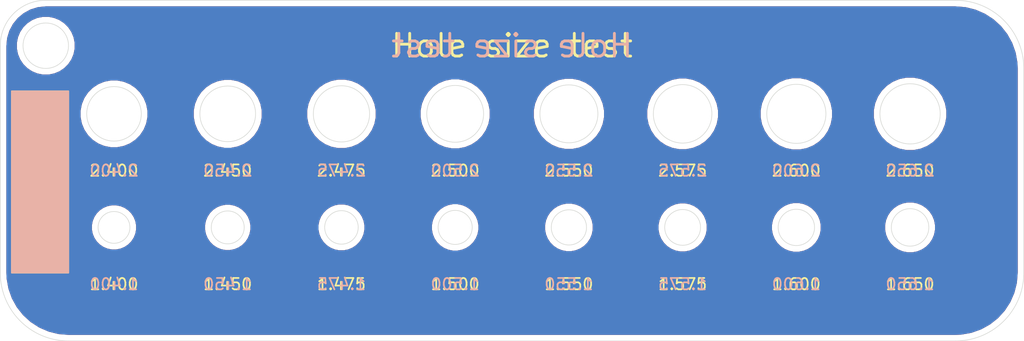
<source format=kicad_pcb>
(kicad_pcb (version 20171130) (host pcbnew 5.1.9+dfsg1-1+deb11u1)

  (general
    (thickness 1.6)
    (drawings 63)
    (tracks 0)
    (zones 0)
    (modules 0)
    (nets 1)
  )

  (page A4)
  (layers
    (0 F.Cu signal)
    (31 B.Cu signal)
    (32 B.Adhes user)
    (33 F.Adhes user)
    (34 B.Paste user)
    (35 F.Paste user)
    (36 B.SilkS user)
    (37 F.SilkS user)
    (38 B.Mask user)
    (39 F.Mask user)
    (40 Dwgs.User user)
    (41 Cmts.User user)
    (42 Eco1.User user)
    (43 Eco2.User user)
    (44 Edge.Cuts user)
    (45 Margin user)
    (46 B.CrtYd user)
    (47 F.CrtYd user)
    (48 B.Fab user)
    (49 F.Fab user)
  )

  (setup
    (last_trace_width 0.25)
    (trace_clearance 0.2)
    (zone_clearance 0.508)
    (zone_45_only no)
    (trace_min 0.2)
    (via_size 0.8)
    (via_drill 0.4)
    (via_min_size 0.4)
    (via_min_drill 0.3)
    (uvia_size 0.3)
    (uvia_drill 0.1)
    (uvias_allowed no)
    (uvia_min_size 0.2)
    (uvia_min_drill 0.1)
    (edge_width 0.05)
    (segment_width 0.2)
    (pcb_text_width 0.3)
    (pcb_text_size 1.5 1.5)
    (mod_edge_width 0.12)
    (mod_text_size 1 1)
    (mod_text_width 0.15)
    (pad_size 1.524 1.524)
    (pad_drill 0.762)
    (pad_to_mask_clearance 0)
    (aux_axis_origin 0 0)
    (visible_elements FFFFFF7F)
    (pcbplotparams
      (layerselection 0x010fc_ffffffff)
      (usegerberextensions true)
      (usegerberattributes false)
      (usegerberadvancedattributes false)
      (creategerberjobfile false)
      (excludeedgelayer true)
      (linewidth 0.100000)
      (plotframeref false)
      (viasonmask false)
      (mode 1)
      (useauxorigin false)
      (hpglpennumber 1)
      (hpglpenspeed 20)
      (hpglpendiameter 15.000000)
      (psnegative false)
      (psa4output false)
      (plotreference true)
      (plotvalue false)
      (plotinvisibletext false)
      (padsonsilk false)
      (subtractmaskfromsilk true)
      (outputformat 1)
      (mirror false)
      (drillshape 0)
      (scaleselection 1)
      (outputdirectory "gerber/"))
  )

  (net 0 "")

  (net_class Default "This is the default net class."
    (clearance 0.2)
    (trace_width 0.25)
    (via_dia 0.8)
    (via_drill 0.4)
    (uvia_dia 0.3)
    (uvia_drill 0.1)
  )

  (gr_circle (center 140 90) (end 141.6 90) (layer Edge.Cuts) (width 0.05))
  (gr_circle (center 130 90) (end 131.575 90) (layer Edge.Cuts) (width 0.05))
  (gr_arc (start 76 94) (end 70 94) (angle -90) (layer Edge.Cuts) (width 0.05))
  (gr_circle (center 140 80) (end 142.6 80) (layer Edge.Cuts) (width 0.05))
  (gr_text 2.475 (at 100 85) (layer F.SilkS)
    (effects (font (size 1 1) (thickness 0.15)))
  )
  (gr_text 2.450 (at 90 85) (layer F.SilkS)
    (effects (font (size 1 1) (thickness 0.15)))
  )
  (gr_text 2.400 (at 80 85) (layer F.SilkS)
    (effects (font (size 1 1) (thickness 0.15)))
  )
  (gr_line (start 70 76) (end 70 94) (layer Edge.Cuts) (width 0.05) (tstamp 64A8B8F5))
  (gr_text 1.475 (at 100 95) (layer B.SilkS)
    (effects (font (size 1 1) (thickness 0.15)) (justify mirror))
  )
  (gr_text 1.450 (at 90 95) (layer B.SilkS)
    (effects (font (size 1 1) (thickness 0.15)) (justify mirror))
  )
  (gr_text 1.400 (at 80 95) (layer B.SilkS)
    (effects (font (size 1 1) (thickness 0.15)) (justify mirror))
  )
  (gr_text 2.650 (at 150 85) (layer F.SilkS)
    (effects (font (size 1 1) (thickness 0.15)))
  )
  (gr_circle (center 130 80) (end 132.575 80) (layer Edge.Cuts) (width 0.05))
  (gr_circle (center 120 80) (end 122.55 80) (layer Edge.Cuts) (width 0.05))
  (gr_circle (center 120 90) (end 121.55 90) (layer Edge.Cuts) (width 0.05))
  (gr_circle (center 110 90) (end 111.5 90) (layer Edge.Cuts) (width 0.05))
  (gr_circle (center 150 90) (end 151.65 90) (layer Edge.Cuts) (width 0.05))
  (gr_text 1.600 (at 140 95) (layer F.SilkS)
    (effects (font (size 1 1) (thickness 0.15)))
  )
  (gr_text 1.550 (at 120 95) (layer F.SilkS)
    (effects (font (size 1 1) (thickness 0.15)))
  )
  (gr_text 1.500 (at 110 95) (layer F.SilkS)
    (effects (font (size 1 1) (thickness 0.15)))
  )
  (gr_circle (center 90 80) (end 92.45 80) (layer Edge.Cuts) (width 0.05))
  (gr_circle (center 80 80) (end 82.4 80) (layer Edge.Cuts) (width 0.05))
  (gr_line (start 154 70) (end 76 70) (layer Edge.Cuts) (width 0.05) (tstamp 64A8B8F2))
  (gr_line (start 160 76) (end 160 94) (layer Edge.Cuts) (width 0.05) (tstamp 64A8B8ED))
  (gr_circle (center 150 80) (end 152.65 80) (layer Edge.Cuts) (width 0.05))
  (gr_text 1.475 (at 100 95) (layer F.SilkS)
    (effects (font (size 1 1) (thickness 0.15)))
  )
  (gr_text 1.450 (at 90 95) (layer F.SilkS)
    (effects (font (size 1 1) (thickness 0.15)))
  )
  (gr_text 1.400 (at 80 95) (layer F.SilkS)
    (effects (font (size 1 1) (thickness 0.15)))
  )
  (gr_circle (center 80 90) (end 81.4 90) (layer Edge.Cuts) (width 0.05))
  (gr_circle (center 90 90) (end 91.45 90) (layer Edge.Cuts) (width 0.05))
  (gr_circle (center 100 90) (end 101.475 90) (layer Edge.Cuts) (width 0.05))
  (gr_text 1.650 (at 150 95) (layer F.SilkS)
    (effects (font (size 1 1) (thickness 0.15)))
  )
  (gr_text 1.575 (at 130 95) (layer F.SilkS)
    (effects (font (size 1 1) (thickness 0.15)))
  )
  (gr_text 1.600 (at 140 95) (layer B.SilkS)
    (effects (font (size 1 1) (thickness 0.15)) (justify mirror))
  )
  (gr_text 1.575 (at 130 95) (layer B.SilkS)
    (effects (font (size 1 1) (thickness 0.15)) (justify mirror))
  )
  (gr_text 1.550 (at 120 95) (layer B.SilkS)
    (effects (font (size 1 1) (thickness 0.15)) (justify mirror))
  )
  (gr_text 1.500 (at 110 95) (layer B.SilkS)
    (effects (font (size 1 1) (thickness 0.15)) (justify mirror))
  )
  (gr_arc (start 154 76) (end 160 76) (angle -90) (layer Edge.Cuts) (width 0.05))
  (gr_arc (start 154 94) (end 154 100) (angle -90) (layer Edge.Cuts) (width 0.05))
  (gr_circle (center 74 74) (end 74 76) (layer Edge.Cuts) (width 0.05))
  (gr_line (start 74 70) (end 76 70) (layer Edge.Cuts) (width 0.05) (tstamp 64A8BAFE))
  (gr_line (start 76 100) (end 154 100) (layer Edge.Cuts) (width 0.05) (tstamp 64A8B8F9))
  (gr_arc (start 74 74) (end 74 70) (angle -90) (layer Edge.Cuts) (width 0.05))
  (gr_circle (center 110 80) (end 112.5 80) (layer Edge.Cuts) (width 0.05))
  (gr_circle (center 100 80) (end 102.475 80) (layer Edge.Cuts) (width 0.05))
  (gr_text 2.600 (at 140 85) (layer B.SilkS)
    (effects (font (size 1 1) (thickness 0.15)) (justify mirror))
  )
  (gr_text 2.575 (at 130 85) (layer B.SilkS)
    (effects (font (size 1 1) (thickness 0.15)) (justify mirror))
  )
  (gr_text 2.550 (at 120 85) (layer B.SilkS)
    (effects (font (size 1 1) (thickness 0.15)) (justify mirror))
  )
  (gr_text 2.500 (at 110 85) (layer B.SilkS)
    (effects (font (size 1 1) (thickness 0.15)) (justify mirror))
  )
  (gr_text 2.475 (at 100 85) (layer B.SilkS)
    (effects (font (size 1 1) (thickness 0.15)) (justify mirror))
  )
  (gr_text 2.450 (at 90 85) (layer B.SilkS)
    (effects (font (size 1 1) (thickness 0.15)) (justify mirror))
  )
  (gr_text 2.400 (at 80 85) (layer B.SilkS)
    (effects (font (size 1 1) (thickness 0.15)) (justify mirror))
  )
  (gr_text 1.650 (at 150 95) (layer B.SilkS)
    (effects (font (size 1 1) (thickness 0.15)) (justify mirror))
  )
  (gr_text "Hole size test" (at 115 74) (layer B.SilkS)
    (effects (font (size 2 2) (thickness 0.25)) (justify mirror))
  )
  (gr_text "Hole size test" (at 115 74) (layer F.SilkS)
    (effects (font (size 2 2) (thickness 0.25)))
  )
  (gr_text 2.650 (at 150 85) (layer B.SilkS)
    (effects (font (size 1 1) (thickness 0.15)) (justify mirror))
  )
  (gr_text 2.600 (at 140 85) (layer F.SilkS)
    (effects (font (size 1 1) (thickness 0.15)))
  )
  (gr_text 2.575 (at 130 85) (layer F.SilkS)
    (effects (font (size 1 1) (thickness 0.15)))
  )
  (gr_text 2.550 (at 120 85) (layer F.SilkS)
    (effects (font (size 1 1) (thickness 0.15)))
  )
  (gr_text 2.500 (at 110 85) (layer F.SilkS)
    (effects (font (size 1 1) (thickness 0.15)))
  )
  (gr_poly (pts (xy 76 94) (xy 71 94) (xy 71 78) (xy 76 78)) (layer B.SilkS) (width 0.1))
  (gr_poly (pts (xy 76 94) (xy 71 94) (xy 71 78) (xy 76 78)) (layer F.SilkS) (width 0.1))
  (gr_line (start 70 74) (end 70 76) (layer Edge.Cuts) (width 0.05) (tstamp 64A8BB01))

  (zone (net 0) (net_name "") (layer F.Cu) (tstamp 64A8BD05) (hatch edge 0.508)
    (connect_pads (clearance 0.508))
    (min_thickness 0.254)
    (fill yes (arc_segments 32) (thermal_gap 0.508) (thermal_bridge_width 0.508))
    (polygon
      (pts
        (xy 160 100) (xy 70 100) (xy 70 70) (xy 160 70)
      )
    )
    (filled_polygon
      (pts
        (xy 154.871797 70.733902) (xy 155.720182 70.947001) (xy 156.522371 71.295803) (xy 157.256818 71.770938) (xy 157.903798 72.359646)
        (xy 158.445946 73.046125) (xy 158.868692 73.811928) (xy 159.160684 74.636491) (xy 159.316116 75.509076) (xy 159.34 76.015547)
        (xy 159.340001 93.972899) (xy 159.266098 94.871802) (xy 159.052999 95.72018) (xy 158.704197 96.522371) (xy 158.229062 97.256818)
        (xy 157.640354 97.903799) (xy 156.953875 98.445946) (xy 156.188076 98.868691) (xy 155.363514 99.160683) (xy 154.490925 99.316116)
        (xy 153.984453 99.34) (xy 76.027089 99.34) (xy 75.128198 99.266098) (xy 74.27982 99.052999) (xy 73.477629 98.704197)
        (xy 72.743182 98.229062) (xy 72.096201 97.640354) (xy 71.554054 96.953875) (xy 71.131309 96.188076) (xy 70.839317 95.363514)
        (xy 70.683884 94.490925) (xy 70.66 93.984453) (xy 70.66 89.796124) (xy 77.930016 89.796124) (xy 77.930016 90.203876)
        (xy 78.009564 90.603792) (xy 78.165604 90.980505) (xy 78.392138 91.319538) (xy 78.680462 91.607862) (xy 79.019495 91.834396)
        (xy 79.396208 91.990436) (xy 79.796124 92.069984) (xy 80.203876 92.069984) (xy 80.603792 91.990436) (xy 80.980505 91.834396)
        (xy 81.319538 91.607862) (xy 81.607862 91.319538) (xy 81.834396 90.980505) (xy 81.990436 90.603792) (xy 82.069984 90.203876)
        (xy 82.069984 89.796124) (xy 82.06901 89.791223) (xy 87.880257 89.791223) (xy 87.880257 90.208777) (xy 87.961717 90.618306)
        (xy 88.121508 91.004075) (xy 88.353488 91.351258) (xy 88.648742 91.646512) (xy 88.995925 91.878492) (xy 89.381694 92.038283)
        (xy 89.791223 92.119743) (xy 90.208777 92.119743) (xy 90.618306 92.038283) (xy 91.004075 91.878492) (xy 91.351258 91.646512)
        (xy 91.646512 91.351258) (xy 91.878492 91.004075) (xy 92.038283 90.618306) (xy 92.119743 90.208777) (xy 92.119743 89.791223)
        (xy 92.119256 89.788773) (xy 97.855377 89.788773) (xy 97.855377 90.211227) (xy 97.937794 90.625563) (xy 98.09946 91.01586)
        (xy 98.334162 91.367118) (xy 98.632882 91.665838) (xy 98.98414 91.90054) (xy 99.374437 92.062206) (xy 99.788773 92.144623)
        (xy 100.211227 92.144623) (xy 100.625563 92.062206) (xy 101.01586 91.90054) (xy 101.367118 91.665838) (xy 101.665838 91.367118)
        (xy 101.90054 91.01586) (xy 102.062206 90.625563) (xy 102.144623 90.211227) (xy 102.144623 89.788773) (xy 102.144136 89.786323)
        (xy 107.830497 89.786323) (xy 107.830497 90.213677) (xy 107.91387 90.632821) (xy 108.077412 91.027645) (xy 108.314837 91.382977)
        (xy 108.617023 91.685163) (xy 108.972355 91.922588) (xy 109.367179 92.08613) (xy 109.786323 92.169503) (xy 110.213677 92.169503)
        (xy 110.632821 92.08613) (xy 111.027645 91.922588) (xy 111.382977 91.685163) (xy 111.685163 91.382977) (xy 111.922588 91.027645)
        (xy 112.08613 90.632821) (xy 112.169503 90.213677) (xy 112.169503 89.786323) (xy 112.168529 89.781422) (xy 117.780738 89.781422)
        (xy 117.780738 90.218578) (xy 117.866023 90.647335) (xy 118.033316 91.051215) (xy 118.276187 91.414697) (xy 118.585303 91.723813)
        (xy 118.948785 91.966684) (xy 119.352665 92.133977) (xy 119.781422 92.219262) (xy 120.218578 92.219262) (xy 120.647335 92.133977)
        (xy 121.051215 91.966684) (xy 121.414697 91.723813) (xy 121.723813 91.414697) (xy 121.966684 91.051215) (xy 122.133977 90.647335)
        (xy 122.219262 90.218578) (xy 122.219262 89.781422) (xy 122.218775 89.778971) (xy 127.755858 89.778971) (xy 127.755858 90.221029)
        (xy 127.8421 90.654592) (xy 128.011268 91.063) (xy 128.256861 91.430557) (xy 128.569443 91.743139) (xy 128.937 91.988732)
        (xy 129.345408 92.1579) (xy 129.778971 92.244142) (xy 130.221029 92.244142) (xy 130.654592 92.1579) (xy 131.063 91.988732)
        (xy 131.430557 91.743139) (xy 131.743139 91.430557) (xy 131.988732 91.063) (xy 132.1579 90.654592) (xy 132.244142 90.221029)
        (xy 132.244142 89.778971) (xy 132.243655 89.776521) (xy 137.730979 89.776521) (xy 137.730979 90.223479) (xy 137.818176 90.661849)
        (xy 137.98922 91.074785) (xy 138.237536 91.446417) (xy 138.553583 91.762464) (xy 138.925215 92.01078) (xy 139.338151 92.181824)
        (xy 139.776521 92.269021) (xy 140.223479 92.269021) (xy 140.661849 92.181824) (xy 141.074785 92.01078) (xy 141.446417 91.762464)
        (xy 141.762464 91.446417) (xy 142.01078 91.074785) (xy 142.181824 90.661849) (xy 142.269021 90.223479) (xy 142.269021 89.776521)
        (xy 142.268047 89.77162) (xy 147.68122 89.77162) (xy 147.68122 90.22838) (xy 147.770329 90.676363) (xy 147.945123 91.098354)
        (xy 148.198886 91.478136) (xy 148.521864 91.801114) (xy 148.901646 92.054877) (xy 149.323637 92.229671) (xy 149.77162 92.31878)
        (xy 150.22838 92.31878) (xy 150.676363 92.229671) (xy 151.098354 92.054877) (xy 151.478136 91.801114) (xy 151.801114 91.478136)
        (xy 152.054877 91.098354) (xy 152.229671 90.676363) (xy 152.31878 90.22838) (xy 152.31878 89.77162) (xy 152.229671 89.323637)
        (xy 152.054877 88.901646) (xy 151.801114 88.521864) (xy 151.478136 88.198886) (xy 151.098354 87.945123) (xy 150.676363 87.770329)
        (xy 150.22838 87.68122) (xy 149.77162 87.68122) (xy 149.323637 87.770329) (xy 148.901646 87.945123) (xy 148.521864 88.198886)
        (xy 148.198886 88.521864) (xy 147.945123 88.901646) (xy 147.770329 89.323637) (xy 147.68122 89.77162) (xy 142.268047 89.77162)
        (xy 142.181824 89.338151) (xy 142.01078 88.925215) (xy 141.762464 88.553583) (xy 141.446417 88.237536) (xy 141.074785 87.98922)
        (xy 140.661849 87.818176) (xy 140.223479 87.730979) (xy 139.776521 87.730979) (xy 139.338151 87.818176) (xy 138.925215 87.98922)
        (xy 138.553583 88.237536) (xy 138.237536 88.553583) (xy 137.98922 88.925215) (xy 137.818176 89.338151) (xy 137.730979 89.776521)
        (xy 132.243655 89.776521) (xy 132.1579 89.345408) (xy 131.988732 88.937) (xy 131.743139 88.569443) (xy 131.430557 88.256861)
        (xy 131.063 88.011268) (xy 130.654592 87.8421) (xy 130.221029 87.755858) (xy 129.778971 87.755858) (xy 129.345408 87.8421)
        (xy 128.937 88.011268) (xy 128.569443 88.256861) (xy 128.256861 88.569443) (xy 128.011268 88.937) (xy 127.8421 89.345408)
        (xy 127.755858 89.778971) (xy 122.218775 89.778971) (xy 122.133977 89.352665) (xy 121.966684 88.948785) (xy 121.723813 88.585303)
        (xy 121.414697 88.276187) (xy 121.051215 88.033316) (xy 120.647335 87.866023) (xy 120.218578 87.780738) (xy 119.781422 87.780738)
        (xy 119.352665 87.866023) (xy 118.948785 88.033316) (xy 118.585303 88.276187) (xy 118.276187 88.585303) (xy 118.033316 88.948785)
        (xy 117.866023 89.352665) (xy 117.780738 89.781422) (xy 112.168529 89.781422) (xy 112.08613 89.367179) (xy 111.922588 88.972355)
        (xy 111.685163 88.617023) (xy 111.382977 88.314837) (xy 111.027645 88.077412) (xy 110.632821 87.91387) (xy 110.213677 87.830497)
        (xy 109.786323 87.830497) (xy 109.367179 87.91387) (xy 108.972355 88.077412) (xy 108.617023 88.314837) (xy 108.314837 88.617023)
        (xy 108.077412 88.972355) (xy 107.91387 89.367179) (xy 107.830497 89.786323) (xy 102.144136 89.786323) (xy 102.062206 89.374437)
        (xy 101.90054 88.98414) (xy 101.665838 88.632882) (xy 101.367118 88.334162) (xy 101.01586 88.09946) (xy 100.625563 87.937794)
        (xy 100.211227 87.855377) (xy 99.788773 87.855377) (xy 99.374437 87.937794) (xy 98.98414 88.09946) (xy 98.632882 88.334162)
        (xy 98.334162 88.632882) (xy 98.09946 88.98414) (xy 97.937794 89.374437) (xy 97.855377 89.788773) (xy 92.119256 89.788773)
        (xy 92.038283 89.381694) (xy 91.878492 88.995925) (xy 91.646512 88.648742) (xy 91.351258 88.353488) (xy 91.004075 88.121508)
        (xy 90.618306 87.961717) (xy 90.208777 87.880257) (xy 89.791223 87.880257) (xy 89.381694 87.961717) (xy 88.995925 88.121508)
        (xy 88.648742 88.353488) (xy 88.353488 88.648742) (xy 88.121508 88.995925) (xy 87.961717 89.381694) (xy 87.880257 89.791223)
        (xy 82.06901 89.791223) (xy 81.990436 89.396208) (xy 81.834396 89.019495) (xy 81.607862 88.680462) (xy 81.319538 88.392138)
        (xy 80.980505 88.165604) (xy 80.603792 88.009564) (xy 80.203876 87.930016) (xy 79.796124 87.930016) (xy 79.396208 88.009564)
        (xy 79.019495 88.165604) (xy 78.680462 88.392138) (xy 78.392138 88.680462) (xy 78.165604 89.019495) (xy 78.009564 89.396208)
        (xy 77.930016 89.796124) (xy 70.66 89.796124) (xy 70.66 79.698107) (xy 76.934831 79.698107) (xy 76.934831 80.301893)
        (xy 77.052624 80.894077) (xy 77.283683 81.451902) (xy 77.619128 81.953931) (xy 78.046069 82.380872) (xy 78.548098 82.716317)
        (xy 79.105923 82.947376) (xy 79.698107 83.065169) (xy 80.301893 83.065169) (xy 80.894077 82.947376) (xy 81.451902 82.716317)
        (xy 81.953931 82.380872) (xy 82.380872 81.953931) (xy 82.716317 81.451902) (xy 82.947376 80.894077) (xy 83.065169 80.301893)
        (xy 83.065169 79.698107) (xy 83.064195 79.693206) (xy 86.885072 79.693206) (xy 86.885072 80.306794) (xy 87.004777 80.908591)
        (xy 87.239586 81.475472) (xy 87.580477 81.985651) (xy 88.014349 82.419523) (xy 88.524528 82.760414) (xy 89.091409 82.995223)
        (xy 89.693206 83.114928) (xy 90.306794 83.114928) (xy 90.908591 82.995223) (xy 91.475472 82.760414) (xy 91.985651 82.419523)
        (xy 92.419523 81.985651) (xy 92.760414 81.475472) (xy 92.995223 80.908591) (xy 93.114928 80.306794) (xy 93.114928 79.693206)
        (xy 93.114441 79.690756) (xy 96.860192 79.690756) (xy 96.860192 80.309244) (xy 96.980853 80.915848) (xy 97.217538 81.487257)
        (xy 97.561152 82.001511) (xy 97.998489 82.438848) (xy 98.512743 82.782462) (xy 99.084152 83.019147) (xy 99.690756 83.139808)
        (xy 100.309244 83.139808) (xy 100.915848 83.019147) (xy 101.487257 82.782462) (xy 102.001511 82.438848) (xy 102.438848 82.001511)
        (xy 102.782462 81.487257) (xy 103.019147 80.915848) (xy 103.139808 80.309244) (xy 103.139808 79.690756) (xy 103.139321 79.688305)
        (xy 106.835313 79.688305) (xy 106.835313 80.311695) (xy 106.95693 80.923105) (xy 107.19549 81.499042) (xy 107.541827 82.017371)
        (xy 107.982629 82.458173) (xy 108.500958 82.80451) (xy 109.076895 83.04307) (xy 109.688305 83.164687) (xy 110.311695 83.164687)
        (xy 110.923105 83.04307) (xy 111.499042 82.80451) (xy 112.017371 82.458173) (xy 112.458173 82.017371) (xy 112.80451 81.499042)
        (xy 113.04307 80.923105) (xy 113.164687 80.311695) (xy 113.164687 79.688305) (xy 113.163713 79.683405) (xy 116.785553 79.683405)
        (xy 116.785553 80.316595) (xy 116.909083 80.93762) (xy 117.151394 81.522611) (xy 117.503176 82.04909) (xy 117.95091 82.496824)
        (xy 118.477389 82.848606) (xy 119.06238 83.090917) (xy 119.683405 83.214447) (xy 120.316595 83.214447) (xy 120.93762 83.090917)
        (xy 121.522611 82.848606) (xy 122.04909 82.496824) (xy 122.496824 82.04909) (xy 122.848606 81.522611) (xy 123.090917 80.93762)
        (xy 123.214447 80.316595) (xy 123.214447 79.683405) (xy 123.21396 79.680954) (xy 126.760674 79.680954) (xy 126.760674 80.319046)
        (xy 126.885159 80.944877) (xy 127.129346 81.534396) (xy 127.483851 82.06495) (xy 127.93505 82.516149) (xy 128.465604 82.870654)
        (xy 129.055123 83.114841) (xy 129.680954 83.239326) (xy 130.319046 83.239326) (xy 130.944877 83.114841) (xy 131.534396 82.870654)
        (xy 132.06495 82.516149) (xy 132.516149 82.06495) (xy 132.870654 81.534396) (xy 133.114841 80.944877) (xy 133.239326 80.319046)
        (xy 133.239326 79.680954) (xy 133.238839 79.678504) (xy 136.735794 79.678504) (xy 136.735794 80.321496) (xy 136.861236 80.952134)
        (xy 137.107298 81.546181) (xy 137.464526 82.08081) (xy 137.91919 82.535474) (xy 138.453819 82.892702) (xy 139.047866 83.138764)
        (xy 139.678504 83.264206) (xy 140.321496 83.264206) (xy 140.952134 83.138764) (xy 141.546181 82.892702) (xy 142.08081 82.535474)
        (xy 142.535474 82.08081) (xy 142.892702 81.546181) (xy 143.138764 80.952134) (xy 143.264206 80.321496) (xy 143.264206 79.678504)
        (xy 143.263232 79.673603) (xy 146.686035 79.673603) (xy 146.686035 80.326397) (xy 146.813389 80.966648) (xy 147.063202 81.569751)
        (xy 147.425875 82.11253) (xy 147.88747 82.574125) (xy 148.430249 82.936798) (xy 149.033352 83.186611) (xy 149.673603 83.313965)
        (xy 150.326397 83.313965) (xy 150.966648 83.186611) (xy 151.569751 82.936798) (xy 152.11253 82.574125) (xy 152.574125 82.11253)
        (xy 152.936798 81.569751) (xy 153.186611 80.966648) (xy 153.313965 80.326397) (xy 153.313965 79.673603) (xy 153.186611 79.033352)
        (xy 152.936798 78.430249) (xy 152.574125 77.88747) (xy 152.11253 77.425875) (xy 151.569751 77.063202) (xy 150.966648 76.813389)
        (xy 150.326397 76.686035) (xy 149.673603 76.686035) (xy 149.033352 76.813389) (xy 148.430249 77.063202) (xy 147.88747 77.425875)
        (xy 147.425875 77.88747) (xy 147.063202 78.430249) (xy 146.813389 79.033352) (xy 146.686035 79.673603) (xy 143.263232 79.673603)
        (xy 143.138764 79.047866) (xy 142.892702 78.453819) (xy 142.535474 77.91919) (xy 142.08081 77.464526) (xy 141.546181 77.107298)
        (xy 140.952134 76.861236) (xy 140.321496 76.735794) (xy 139.678504 76.735794) (xy 139.047866 76.861236) (xy 138.453819 77.107298)
        (xy 137.91919 77.464526) (xy 137.464526 77.91919) (xy 137.107298 78.453819) (xy 136.861236 79.047866) (xy 136.735794 79.678504)
        (xy 133.238839 79.678504) (xy 133.114841 79.055123) (xy 132.870654 78.465604) (xy 132.516149 77.93505) (xy 132.06495 77.483851)
        (xy 131.534396 77.129346) (xy 130.944877 76.885159) (xy 130.319046 76.760674) (xy 129.680954 76.760674) (xy 129.055123 76.885159)
        (xy 128.465604 77.129346) (xy 127.93505 77.483851) (xy 127.483851 77.93505) (xy 127.129346 78.465604) (xy 126.885159 79.055123)
        (xy 126.760674 79.680954) (xy 123.21396 79.680954) (xy 123.090917 79.06238) (xy 122.848606 78.477389) (xy 122.496824 77.95091)
        (xy 122.04909 77.503176) (xy 121.522611 77.151394) (xy 120.93762 76.909083) (xy 120.316595 76.785553) (xy 119.683405 76.785553)
        (xy 119.06238 76.909083) (xy 118.477389 77.151394) (xy 117.95091 77.503176) (xy 117.503176 77.95091) (xy 117.151394 78.477389)
        (xy 116.909083 79.06238) (xy 116.785553 79.683405) (xy 113.163713 79.683405) (xy 113.04307 79.076895) (xy 112.80451 78.500958)
        (xy 112.458173 77.982629) (xy 112.017371 77.541827) (xy 111.499042 77.19549) (xy 110.923105 76.95693) (xy 110.311695 76.835313)
        (xy 109.688305 76.835313) (xy 109.076895 76.95693) (xy 108.500958 77.19549) (xy 107.982629 77.541827) (xy 107.541827 77.982629)
        (xy 107.19549 78.500958) (xy 106.95693 79.076895) (xy 106.835313 79.688305) (xy 103.139321 79.688305) (xy 103.019147 79.084152)
        (xy 102.782462 78.512743) (xy 102.438848 77.998489) (xy 102.001511 77.561152) (xy 101.487257 77.217538) (xy 100.915848 76.980853)
        (xy 100.309244 76.860192) (xy 99.690756 76.860192) (xy 99.084152 76.980853) (xy 98.512743 77.217538) (xy 97.998489 77.561152)
        (xy 97.561152 77.998489) (xy 97.217538 78.512743) (xy 96.980853 79.084152) (xy 96.860192 79.690756) (xy 93.114441 79.690756)
        (xy 92.995223 79.091409) (xy 92.760414 78.524528) (xy 92.419523 78.014349) (xy 91.985651 77.580477) (xy 91.475472 77.239586)
        (xy 90.908591 77.004777) (xy 90.306794 76.885072) (xy 89.693206 76.885072) (xy 89.091409 77.004777) (xy 88.524528 77.239586)
        (xy 88.014349 77.580477) (xy 87.580477 78.014349) (xy 87.239586 78.524528) (xy 87.004777 79.091409) (xy 86.885072 79.693206)
        (xy 83.064195 79.693206) (xy 82.947376 79.105923) (xy 82.716317 78.548098) (xy 82.380872 78.046069) (xy 81.953931 77.619128)
        (xy 81.451902 77.283683) (xy 80.894077 77.052624) (xy 80.301893 76.934831) (xy 79.698107 76.934831) (xy 79.105923 77.052624)
        (xy 78.548098 77.283683) (xy 78.046069 77.619128) (xy 77.619128 78.046069) (xy 77.283683 78.548098) (xy 77.052624 79.105923)
        (xy 76.934831 79.698107) (xy 70.66 79.698107) (xy 70.66 74.032278) (xy 70.688921 73.737314) (xy 71.332905 73.737314)
        (xy 71.332905 74.262686) (xy 71.4354 74.777963) (xy 71.636451 75.263343) (xy 71.928332 75.700174) (xy 72.299826 76.071668)
        (xy 72.736657 76.363549) (xy 73.222037 76.5646) (xy 73.737314 76.667095) (xy 74.262686 76.667095) (xy 74.777963 76.5646)
        (xy 75.263343 76.363549) (xy 75.700174 76.071668) (xy 76.071668 75.700174) (xy 76.363549 75.263343) (xy 76.5646 74.777963)
        (xy 76.667095 74.262686) (xy 76.667095 73.737314) (xy 76.5646 73.222037) (xy 76.363549 72.736657) (xy 76.071668 72.299826)
        (xy 75.700174 71.928332) (xy 75.263343 71.636451) (xy 74.777963 71.4354) (xy 74.262686 71.332905) (xy 73.737314 71.332905)
        (xy 73.222037 71.4354) (xy 72.736657 71.636451) (xy 72.299826 71.928332) (xy 71.928332 72.299826) (xy 71.636451 72.736657)
        (xy 71.4354 73.222037) (xy 71.332905 73.737314) (xy 70.688921 73.737314) (xy 70.726714 73.351874) (xy 70.914943 72.728428)
        (xy 71.220681 72.153421) (xy 71.632279 71.648753) (xy 72.134067 71.233638) (xy 72.706924 70.923895) (xy 73.329039 70.731318)
        (xy 74.007584 70.66) (xy 153.972911 70.66)
      )
    )
  )
  (zone (net 0) (net_name "") (layer B.Cu) (tstamp 64A8BD02) (hatch edge 0.508)
    (connect_pads (clearance 0.508))
    (min_thickness 0.254)
    (fill yes (arc_segments 32) (thermal_gap 0.508) (thermal_bridge_width 0.508))
    (polygon
      (pts
        (xy 160 100) (xy 70 100) (xy 70 70) (xy 160 70)
      )
    )
    (filled_polygon
      (pts
        (xy 154.871797 70.733902) (xy 155.720182 70.947001) (xy 156.522371 71.295803) (xy 157.256818 71.770938) (xy 157.903798 72.359646)
        (xy 158.445946 73.046125) (xy 158.868692 73.811928) (xy 159.160684 74.636491) (xy 159.316116 75.509076) (xy 159.34 76.015547)
        (xy 159.340001 93.972899) (xy 159.266098 94.871802) (xy 159.052999 95.72018) (xy 158.704197 96.522371) (xy 158.229062 97.256818)
        (xy 157.640354 97.903799) (xy 156.953875 98.445946) (xy 156.188076 98.868691) (xy 155.363514 99.160683) (xy 154.490925 99.316116)
        (xy 153.984453 99.34) (xy 76.027089 99.34) (xy 75.128198 99.266098) (xy 74.27982 99.052999) (xy 73.477629 98.704197)
        (xy 72.743182 98.229062) (xy 72.096201 97.640354) (xy 71.554054 96.953875) (xy 71.131309 96.188076) (xy 70.839317 95.363514)
        (xy 70.683884 94.490925) (xy 70.66 93.984453) (xy 70.66 89.796124) (xy 77.930016 89.796124) (xy 77.930016 90.203876)
        (xy 78.009564 90.603792) (xy 78.165604 90.980505) (xy 78.392138 91.319538) (xy 78.680462 91.607862) (xy 79.019495 91.834396)
        (xy 79.396208 91.990436) (xy 79.796124 92.069984) (xy 80.203876 92.069984) (xy 80.603792 91.990436) (xy 80.980505 91.834396)
        (xy 81.319538 91.607862) (xy 81.607862 91.319538) (xy 81.834396 90.980505) (xy 81.990436 90.603792) (xy 82.069984 90.203876)
        (xy 82.069984 89.796124) (xy 82.06901 89.791223) (xy 87.880257 89.791223) (xy 87.880257 90.208777) (xy 87.961717 90.618306)
        (xy 88.121508 91.004075) (xy 88.353488 91.351258) (xy 88.648742 91.646512) (xy 88.995925 91.878492) (xy 89.381694 92.038283)
        (xy 89.791223 92.119743) (xy 90.208777 92.119743) (xy 90.618306 92.038283) (xy 91.004075 91.878492) (xy 91.351258 91.646512)
        (xy 91.646512 91.351258) (xy 91.878492 91.004075) (xy 92.038283 90.618306) (xy 92.119743 90.208777) (xy 92.119743 89.791223)
        (xy 92.119256 89.788773) (xy 97.855377 89.788773) (xy 97.855377 90.211227) (xy 97.937794 90.625563) (xy 98.09946 91.01586)
        (xy 98.334162 91.367118) (xy 98.632882 91.665838) (xy 98.98414 91.90054) (xy 99.374437 92.062206) (xy 99.788773 92.144623)
        (xy 100.211227 92.144623) (xy 100.625563 92.062206) (xy 101.01586 91.90054) (xy 101.367118 91.665838) (xy 101.665838 91.367118)
        (xy 101.90054 91.01586) (xy 102.062206 90.625563) (xy 102.144623 90.211227) (xy 102.144623 89.788773) (xy 102.144136 89.786323)
        (xy 107.830497 89.786323) (xy 107.830497 90.213677) (xy 107.91387 90.632821) (xy 108.077412 91.027645) (xy 108.314837 91.382977)
        (xy 108.617023 91.685163) (xy 108.972355 91.922588) (xy 109.367179 92.08613) (xy 109.786323 92.169503) (xy 110.213677 92.169503)
        (xy 110.632821 92.08613) (xy 111.027645 91.922588) (xy 111.382977 91.685163) (xy 111.685163 91.382977) (xy 111.922588 91.027645)
        (xy 112.08613 90.632821) (xy 112.169503 90.213677) (xy 112.169503 89.786323) (xy 112.168529 89.781422) (xy 117.780738 89.781422)
        (xy 117.780738 90.218578) (xy 117.866023 90.647335) (xy 118.033316 91.051215) (xy 118.276187 91.414697) (xy 118.585303 91.723813)
        (xy 118.948785 91.966684) (xy 119.352665 92.133977) (xy 119.781422 92.219262) (xy 120.218578 92.219262) (xy 120.647335 92.133977)
        (xy 121.051215 91.966684) (xy 121.414697 91.723813) (xy 121.723813 91.414697) (xy 121.966684 91.051215) (xy 122.133977 90.647335)
        (xy 122.219262 90.218578) (xy 122.219262 89.781422) (xy 122.218775 89.778971) (xy 127.755858 89.778971) (xy 127.755858 90.221029)
        (xy 127.8421 90.654592) (xy 128.011268 91.063) (xy 128.256861 91.430557) (xy 128.569443 91.743139) (xy 128.937 91.988732)
        (xy 129.345408 92.1579) (xy 129.778971 92.244142) (xy 130.221029 92.244142) (xy 130.654592 92.1579) (xy 131.063 91.988732)
        (xy 131.430557 91.743139) (xy 131.743139 91.430557) (xy 131.988732 91.063) (xy 132.1579 90.654592) (xy 132.244142 90.221029)
        (xy 132.244142 89.778971) (xy 132.243655 89.776521) (xy 137.730979 89.776521) (xy 137.730979 90.223479) (xy 137.818176 90.661849)
        (xy 137.98922 91.074785) (xy 138.237536 91.446417) (xy 138.553583 91.762464) (xy 138.925215 92.01078) (xy 139.338151 92.181824)
        (xy 139.776521 92.269021) (xy 140.223479 92.269021) (xy 140.661849 92.181824) (xy 141.074785 92.01078) (xy 141.446417 91.762464)
        (xy 141.762464 91.446417) (xy 142.01078 91.074785) (xy 142.181824 90.661849) (xy 142.269021 90.223479) (xy 142.269021 89.776521)
        (xy 142.268047 89.77162) (xy 147.68122 89.77162) (xy 147.68122 90.22838) (xy 147.770329 90.676363) (xy 147.945123 91.098354)
        (xy 148.198886 91.478136) (xy 148.521864 91.801114) (xy 148.901646 92.054877) (xy 149.323637 92.229671) (xy 149.77162 92.31878)
        (xy 150.22838 92.31878) (xy 150.676363 92.229671) (xy 151.098354 92.054877) (xy 151.478136 91.801114) (xy 151.801114 91.478136)
        (xy 152.054877 91.098354) (xy 152.229671 90.676363) (xy 152.31878 90.22838) (xy 152.31878 89.77162) (xy 152.229671 89.323637)
        (xy 152.054877 88.901646) (xy 151.801114 88.521864) (xy 151.478136 88.198886) (xy 151.098354 87.945123) (xy 150.676363 87.770329)
        (xy 150.22838 87.68122) (xy 149.77162 87.68122) (xy 149.323637 87.770329) (xy 148.901646 87.945123) (xy 148.521864 88.198886)
        (xy 148.198886 88.521864) (xy 147.945123 88.901646) (xy 147.770329 89.323637) (xy 147.68122 89.77162) (xy 142.268047 89.77162)
        (xy 142.181824 89.338151) (xy 142.01078 88.925215) (xy 141.762464 88.553583) (xy 141.446417 88.237536) (xy 141.074785 87.98922)
        (xy 140.661849 87.818176) (xy 140.223479 87.730979) (xy 139.776521 87.730979) (xy 139.338151 87.818176) (xy 138.925215 87.98922)
        (xy 138.553583 88.237536) (xy 138.237536 88.553583) (xy 137.98922 88.925215) (xy 137.818176 89.338151) (xy 137.730979 89.776521)
        (xy 132.243655 89.776521) (xy 132.1579 89.345408) (xy 131.988732 88.937) (xy 131.743139 88.569443) (xy 131.430557 88.256861)
        (xy 131.063 88.011268) (xy 130.654592 87.8421) (xy 130.221029 87.755858) (xy 129.778971 87.755858) (xy 129.345408 87.8421)
        (xy 128.937 88.011268) (xy 128.569443 88.256861) (xy 128.256861 88.569443) (xy 128.011268 88.937) (xy 127.8421 89.345408)
        (xy 127.755858 89.778971) (xy 122.218775 89.778971) (xy 122.133977 89.352665) (xy 121.966684 88.948785) (xy 121.723813 88.585303)
        (xy 121.414697 88.276187) (xy 121.051215 88.033316) (xy 120.647335 87.866023) (xy 120.218578 87.780738) (xy 119.781422 87.780738)
        (xy 119.352665 87.866023) (xy 118.948785 88.033316) (xy 118.585303 88.276187) (xy 118.276187 88.585303) (xy 118.033316 88.948785)
        (xy 117.866023 89.352665) (xy 117.780738 89.781422) (xy 112.168529 89.781422) (xy 112.08613 89.367179) (xy 111.922588 88.972355)
        (xy 111.685163 88.617023) (xy 111.382977 88.314837) (xy 111.027645 88.077412) (xy 110.632821 87.91387) (xy 110.213677 87.830497)
        (xy 109.786323 87.830497) (xy 109.367179 87.91387) (xy 108.972355 88.077412) (xy 108.617023 88.314837) (xy 108.314837 88.617023)
        (xy 108.077412 88.972355) (xy 107.91387 89.367179) (xy 107.830497 89.786323) (xy 102.144136 89.786323) (xy 102.062206 89.374437)
        (xy 101.90054 88.98414) (xy 101.665838 88.632882) (xy 101.367118 88.334162) (xy 101.01586 88.09946) (xy 100.625563 87.937794)
        (xy 100.211227 87.855377) (xy 99.788773 87.855377) (xy 99.374437 87.937794) (xy 98.98414 88.09946) (xy 98.632882 88.334162)
        (xy 98.334162 88.632882) (xy 98.09946 88.98414) (xy 97.937794 89.374437) (xy 97.855377 89.788773) (xy 92.119256 89.788773)
        (xy 92.038283 89.381694) (xy 91.878492 88.995925) (xy 91.646512 88.648742) (xy 91.351258 88.353488) (xy 91.004075 88.121508)
        (xy 90.618306 87.961717) (xy 90.208777 87.880257) (xy 89.791223 87.880257) (xy 89.381694 87.961717) (xy 88.995925 88.121508)
        (xy 88.648742 88.353488) (xy 88.353488 88.648742) (xy 88.121508 88.995925) (xy 87.961717 89.381694) (xy 87.880257 89.791223)
        (xy 82.06901 89.791223) (xy 81.990436 89.396208) (xy 81.834396 89.019495) (xy 81.607862 88.680462) (xy 81.319538 88.392138)
        (xy 80.980505 88.165604) (xy 80.603792 88.009564) (xy 80.203876 87.930016) (xy 79.796124 87.930016) (xy 79.396208 88.009564)
        (xy 79.019495 88.165604) (xy 78.680462 88.392138) (xy 78.392138 88.680462) (xy 78.165604 89.019495) (xy 78.009564 89.396208)
        (xy 77.930016 89.796124) (xy 70.66 89.796124) (xy 70.66 79.698107) (xy 76.934831 79.698107) (xy 76.934831 80.301893)
        (xy 77.052624 80.894077) (xy 77.283683 81.451902) (xy 77.619128 81.953931) (xy 78.046069 82.380872) (xy 78.548098 82.716317)
        (xy 79.105923 82.947376) (xy 79.698107 83.065169) (xy 80.301893 83.065169) (xy 80.894077 82.947376) (xy 81.451902 82.716317)
        (xy 81.953931 82.380872) (xy 82.380872 81.953931) (xy 82.716317 81.451902) (xy 82.947376 80.894077) (xy 83.065169 80.301893)
        (xy 83.065169 79.698107) (xy 83.064195 79.693206) (xy 86.885072 79.693206) (xy 86.885072 80.306794) (xy 87.004777 80.908591)
        (xy 87.239586 81.475472) (xy 87.580477 81.985651) (xy 88.014349 82.419523) (xy 88.524528 82.760414) (xy 89.091409 82.995223)
        (xy 89.693206 83.114928) (xy 90.306794 83.114928) (xy 90.908591 82.995223) (xy 91.475472 82.760414) (xy 91.985651 82.419523)
        (xy 92.419523 81.985651) (xy 92.760414 81.475472) (xy 92.995223 80.908591) (xy 93.114928 80.306794) (xy 93.114928 79.693206)
        (xy 93.114441 79.690756) (xy 96.860192 79.690756) (xy 96.860192 80.309244) (xy 96.980853 80.915848) (xy 97.217538 81.487257)
        (xy 97.561152 82.001511) (xy 97.998489 82.438848) (xy 98.512743 82.782462) (xy 99.084152 83.019147) (xy 99.690756 83.139808)
        (xy 100.309244 83.139808) (xy 100.915848 83.019147) (xy 101.487257 82.782462) (xy 102.001511 82.438848) (xy 102.438848 82.001511)
        (xy 102.782462 81.487257) (xy 103.019147 80.915848) (xy 103.139808 80.309244) (xy 103.139808 79.690756) (xy 103.139321 79.688305)
        (xy 106.835313 79.688305) (xy 106.835313 80.311695) (xy 106.95693 80.923105) (xy 107.19549 81.499042) (xy 107.541827 82.017371)
        (xy 107.982629 82.458173) (xy 108.500958 82.80451) (xy 109.076895 83.04307) (xy 109.688305 83.164687) (xy 110.311695 83.164687)
        (xy 110.923105 83.04307) (xy 111.499042 82.80451) (xy 112.017371 82.458173) (xy 112.458173 82.017371) (xy 112.80451 81.499042)
        (xy 113.04307 80.923105) (xy 113.164687 80.311695) (xy 113.164687 79.688305) (xy 113.163713 79.683405) (xy 116.785553 79.683405)
        (xy 116.785553 80.316595) (xy 116.909083 80.93762) (xy 117.151394 81.522611) (xy 117.503176 82.04909) (xy 117.95091 82.496824)
        (xy 118.477389 82.848606) (xy 119.06238 83.090917) (xy 119.683405 83.214447) (xy 120.316595 83.214447) (xy 120.93762 83.090917)
        (xy 121.522611 82.848606) (xy 122.04909 82.496824) (xy 122.496824 82.04909) (xy 122.848606 81.522611) (xy 123.090917 80.93762)
        (xy 123.214447 80.316595) (xy 123.214447 79.683405) (xy 123.21396 79.680954) (xy 126.760674 79.680954) (xy 126.760674 80.319046)
        (xy 126.885159 80.944877) (xy 127.129346 81.534396) (xy 127.483851 82.06495) (xy 127.93505 82.516149) (xy 128.465604 82.870654)
        (xy 129.055123 83.114841) (xy 129.680954 83.239326) (xy 130.319046 83.239326) (xy 130.944877 83.114841) (xy 131.534396 82.870654)
        (xy 132.06495 82.516149) (xy 132.516149 82.06495) (xy 132.870654 81.534396) (xy 133.114841 80.944877) (xy 133.239326 80.319046)
        (xy 133.239326 79.680954) (xy 133.238839 79.678504) (xy 136.735794 79.678504) (xy 136.735794 80.321496) (xy 136.861236 80.952134)
        (xy 137.107298 81.546181) (xy 137.464526 82.08081) (xy 137.91919 82.535474) (xy 138.453819 82.892702) (xy 139.047866 83.138764)
        (xy 139.678504 83.264206) (xy 140.321496 83.264206) (xy 140.952134 83.138764) (xy 141.546181 82.892702) (xy 142.08081 82.535474)
        (xy 142.535474 82.08081) (xy 142.892702 81.546181) (xy 143.138764 80.952134) (xy 143.264206 80.321496) (xy 143.264206 79.678504)
        (xy 143.263232 79.673603) (xy 146.686035 79.673603) (xy 146.686035 80.326397) (xy 146.813389 80.966648) (xy 147.063202 81.569751)
        (xy 147.425875 82.11253) (xy 147.88747 82.574125) (xy 148.430249 82.936798) (xy 149.033352 83.186611) (xy 149.673603 83.313965)
        (xy 150.326397 83.313965) (xy 150.966648 83.186611) (xy 151.569751 82.936798) (xy 152.11253 82.574125) (xy 152.574125 82.11253)
        (xy 152.936798 81.569751) (xy 153.186611 80.966648) (xy 153.313965 80.326397) (xy 153.313965 79.673603) (xy 153.186611 79.033352)
        (xy 152.936798 78.430249) (xy 152.574125 77.88747) (xy 152.11253 77.425875) (xy 151.569751 77.063202) (xy 150.966648 76.813389)
        (xy 150.326397 76.686035) (xy 149.673603 76.686035) (xy 149.033352 76.813389) (xy 148.430249 77.063202) (xy 147.88747 77.425875)
        (xy 147.425875 77.88747) (xy 147.063202 78.430249) (xy 146.813389 79.033352) (xy 146.686035 79.673603) (xy 143.263232 79.673603)
        (xy 143.138764 79.047866) (xy 142.892702 78.453819) (xy 142.535474 77.91919) (xy 142.08081 77.464526) (xy 141.546181 77.107298)
        (xy 140.952134 76.861236) (xy 140.321496 76.735794) (xy 139.678504 76.735794) (xy 139.047866 76.861236) (xy 138.453819 77.107298)
        (xy 137.91919 77.464526) (xy 137.464526 77.91919) (xy 137.107298 78.453819) (xy 136.861236 79.047866) (xy 136.735794 79.678504)
        (xy 133.238839 79.678504) (xy 133.114841 79.055123) (xy 132.870654 78.465604) (xy 132.516149 77.93505) (xy 132.06495 77.483851)
        (xy 131.534396 77.129346) (xy 130.944877 76.885159) (xy 130.319046 76.760674) (xy 129.680954 76.760674) (xy 129.055123 76.885159)
        (xy 128.465604 77.129346) (xy 127.93505 77.483851) (xy 127.483851 77.93505) (xy 127.129346 78.465604) (xy 126.885159 79.055123)
        (xy 126.760674 79.680954) (xy 123.21396 79.680954) (xy 123.090917 79.06238) (xy 122.848606 78.477389) (xy 122.496824 77.95091)
        (xy 122.04909 77.503176) (xy 121.522611 77.151394) (xy 120.93762 76.909083) (xy 120.316595 76.785553) (xy 119.683405 76.785553)
        (xy 119.06238 76.909083) (xy 118.477389 77.151394) (xy 117.95091 77.503176) (xy 117.503176 77.95091) (xy 117.151394 78.477389)
        (xy 116.909083 79.06238) (xy 116.785553 79.683405) (xy 113.163713 79.683405) (xy 113.04307 79.076895) (xy 112.80451 78.500958)
        (xy 112.458173 77.982629) (xy 112.017371 77.541827) (xy 111.499042 77.19549) (xy 110.923105 76.95693) (xy 110.311695 76.835313)
        (xy 109.688305 76.835313) (xy 109.076895 76.95693) (xy 108.500958 77.19549) (xy 107.982629 77.541827) (xy 107.541827 77.982629)
        (xy 107.19549 78.500958) (xy 106.95693 79.076895) (xy 106.835313 79.688305) (xy 103.139321 79.688305) (xy 103.019147 79.084152)
        (xy 102.782462 78.512743) (xy 102.438848 77.998489) (xy 102.001511 77.561152) (xy 101.487257 77.217538) (xy 100.915848 76.980853)
        (xy 100.309244 76.860192) (xy 99.690756 76.860192) (xy 99.084152 76.980853) (xy 98.512743 77.217538) (xy 97.998489 77.561152)
        (xy 97.561152 77.998489) (xy 97.217538 78.512743) (xy 96.980853 79.084152) (xy 96.860192 79.690756) (xy 93.114441 79.690756)
        (xy 92.995223 79.091409) (xy 92.760414 78.524528) (xy 92.419523 78.014349) (xy 91.985651 77.580477) (xy 91.475472 77.239586)
        (xy 90.908591 77.004777) (xy 90.306794 76.885072) (xy 89.693206 76.885072) (xy 89.091409 77.004777) (xy 88.524528 77.239586)
        (xy 88.014349 77.580477) (xy 87.580477 78.014349) (xy 87.239586 78.524528) (xy 87.004777 79.091409) (xy 86.885072 79.693206)
        (xy 83.064195 79.693206) (xy 82.947376 79.105923) (xy 82.716317 78.548098) (xy 82.380872 78.046069) (xy 81.953931 77.619128)
        (xy 81.451902 77.283683) (xy 80.894077 77.052624) (xy 80.301893 76.934831) (xy 79.698107 76.934831) (xy 79.105923 77.052624)
        (xy 78.548098 77.283683) (xy 78.046069 77.619128) (xy 77.619128 78.046069) (xy 77.283683 78.548098) (xy 77.052624 79.105923)
        (xy 76.934831 79.698107) (xy 70.66 79.698107) (xy 70.66 74.032278) (xy 70.688921 73.737314) (xy 71.332905 73.737314)
        (xy 71.332905 74.262686) (xy 71.4354 74.777963) (xy 71.636451 75.263343) (xy 71.928332 75.700174) (xy 72.299826 76.071668)
        (xy 72.736657 76.363549) (xy 73.222037 76.5646) (xy 73.737314 76.667095) (xy 74.262686 76.667095) (xy 74.777963 76.5646)
        (xy 75.263343 76.363549) (xy 75.700174 76.071668) (xy 76.071668 75.700174) (xy 76.363549 75.263343) (xy 76.5646 74.777963)
        (xy 76.667095 74.262686) (xy 76.667095 73.737314) (xy 76.5646 73.222037) (xy 76.363549 72.736657) (xy 76.071668 72.299826)
        (xy 75.700174 71.928332) (xy 75.263343 71.636451) (xy 74.777963 71.4354) (xy 74.262686 71.332905) (xy 73.737314 71.332905)
        (xy 73.222037 71.4354) (xy 72.736657 71.636451) (xy 72.299826 71.928332) (xy 71.928332 72.299826) (xy 71.636451 72.736657)
        (xy 71.4354 73.222037) (xy 71.332905 73.737314) (xy 70.688921 73.737314) (xy 70.726714 73.351874) (xy 70.914943 72.728428)
        (xy 71.220681 72.153421) (xy 71.632279 71.648753) (xy 72.134067 71.233638) (xy 72.706924 70.923895) (xy 73.329039 70.731318)
        (xy 74.007584 70.66) (xy 153.972911 70.66)
      )
    )
  )
)

</source>
